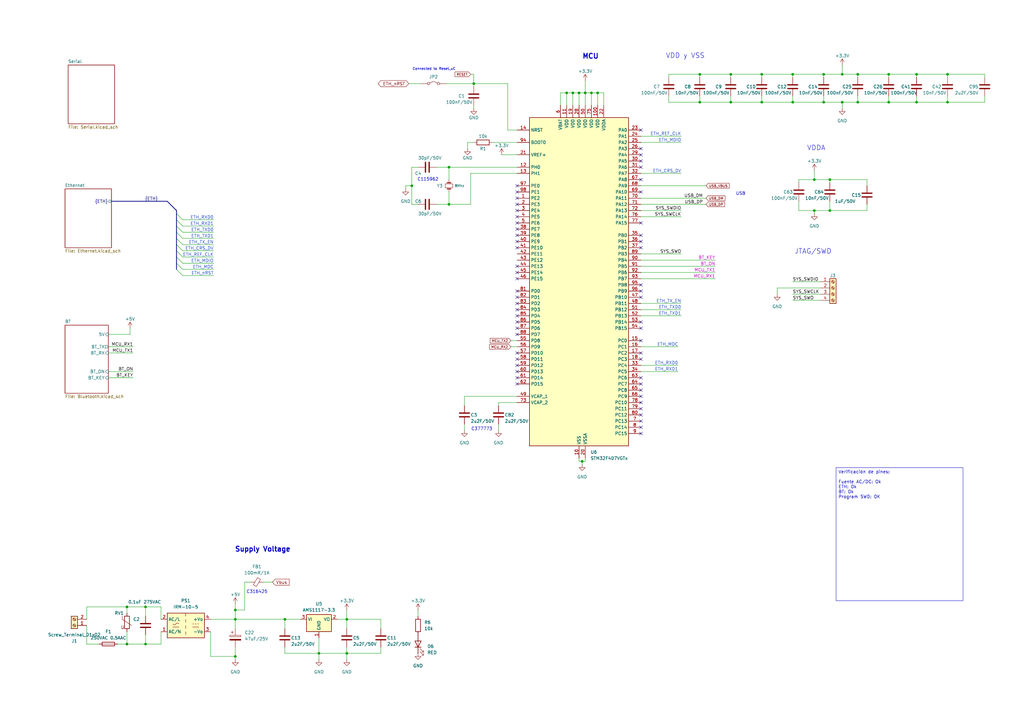
<source format=kicad_sch>
(kicad_sch (version 20250114) (generator "eeschema") (generator_version "9.0")
  (paper "A3")
  (lib_symbols
    (symbol "1-Capacitor:C_0603" (pin_numbers (hide yes)) (pin_names (offset 0.254))
      (property "Reference" "C" (at 0.635 2.54 0))
      (property "Value" "C_0603" (at 0.635 -2.54 0))
      (symbol "C_0603_1_1"
        (pin passive line (at 0 3.81 270) (length 2.794) (name "~") (number "1"))
        (pin passive line (at 0 -3.81 90) (length 2.794) (name "~") (number "2"))
      )
    )
    (symbol "1-Capacitor:C_0805" (pin_numbers (hide yes)) (pin_names (offset 0.254))
      (property "Reference" "C" (at 0.635 2.54 0))
      (property "Value" "C_0805" (at 0.635 -2.54 0))
      (symbol "C_0805_1_1"
        (pin passive line (at 0 3.81 270) (length 2.794) (name "~") (number "1"))
        (pin passive line (at 0 -3.81 90) (length 2.794) (name "~") (number "2"))
      )
    )
    (symbol "1-Led:LED_0805" (pin_numbers (hide yes)) (pin_names (offset 1.016) (hide yes))
      (property "Reference" "D" (at 0 2.54 0))
      (property "Value" "LED_0805" (at 0 -2.54 0))
      (symbol "LED_0805_1_1"
        (pin passive line (at -3.81 0 0) (length 2.54) (name "K") (number "1"))
        (pin passive line (at 3.81 0 180) (length 2.54) (name "A") (number "2"))
      )
    )
    (symbol "1-Resistor:R_0603" (pin_numbers (hide yes)) (pin_names (offset 0))
      (property "Reference" "R" (at 2.032 0 90))
      (property "Value" "R_0603" (at -2.54 0 90))
      (symbol "R_0603_1_1"
        (pin passive line (at 0 3.81 270) (length 1.27) (name "~") (number "1"))
        (pin passive line (at 0 -3.81 90) (length 1.27) (name "~") (number "2"))
      )
    )
    (symbol "1-Terminal-Block:DG126_5.0_02P" (pin_names (offset 1.016) (hide yes))
      (property "Reference" "J" (at 0 2.54 0))
      (property "Value" "Screw_Terminal_01x02" (at 0 -5.08 0))
      (symbol "DG126_5.0_02P_1_1"
        (pin passive line (at -5.08 0 0) (length 3.81) (name "Pin_1") (number "1"))
        (pin passive line (at -5.08 -2.54 0) (length 3.81) (name "Pin_2") (number "2"))
      )
    )
    (symbol "Connector:Screw_Terminal_01x04" (pin_names (offset 1.016) (hide yes))
      (property "Reference" "J" (at 0 5.08 0))
      (property "Value" "Screw_Terminal_01x04" (at 0 -7.62 0))
      (symbol "Screw_Terminal_01x04_1_1"
        (pin passive line (at -5.08 2.54 0) (length 3.81) (name "Pin_1") (number "1"))
        (pin passive line (at -5.08 0 0) (length 3.81) (name "Pin_2") (number "2"))
        (pin passive line (at -5.08 -2.54 0) (length 3.81) (name "Pin_3") (number "3"))
        (pin passive line (at -5.08 -5.08 0) (length 3.81) (name "Pin_4") (number "4"))
      )
    )
    (symbol "Converter_ACDC:IRM-10-5"
      (property "Reference" "PS" (at 0 6.35 0))
      (property "Value" "IRM-10-5" (at 0 -6.35 0))
      (symbol "IRM-10-5_1_1"
        (pin power_in line (at -10.16 2.54 0) (length 2.54) (name "AC/L") (number "2"))
        (pin power_in line (at -10.16 -2.54 0) (length 2.54) (name "AC/N") (number "1"))
        (pin power_out line (at 10.16 2.54 180) (length 2.54) (name "+Vo") (number "4"))
        (pin power_out line (at 10.16 -2.54 180) (length 2.54) (name "-Vo") (number "3"))
      )
    )
    (symbol "Device:C" (pin_numbers (hide yes)) (pin_names (offset 0.254))
      (property "Reference" "C" (at 0.635 2.54 0))
      (property "Value" "C" (at 0.635 -2.54 0))
      (symbol "C_1_1"
        (pin passive line (at 0 3.81 270) (length 2.794) (name "~") (number "1"))
        (pin passive line (at 0 -3.81 90) (length 2.794) (name "~") (number "2"))
      )
    )
    (symbol "Device:C_Polarized" (pin_numbers (hide yes)) (pin_names (offset 0.254))
      (property "Reference" "C" (at 0.635 2.54 0))
      (property "Value" "C_Polarized" (at 0.635 -2.54 0))
      (symbol "C_Polarized_1_1"
        (pin passive line (at 0 3.81 270) (length 2.794) (name "~") (number "1"))
        (pin passive line (at 0 -3.81 90) (length 2.794) (name "~") (number "2"))
      )
    )
    (symbol "Device:Crystal_Small" (pin_numbers (hide yes)) (pin_names (offset 1.016) (hide yes))
      (property "Reference" "Y" (at 0 2.54 0))
      (property "Value" "Crystal_Small" (at 0 -2.54 0))
      (symbol "Crystal_Small_1_1"
        (pin passive line (at -2.54 0 0) (length 1.27) (name "1") (number "1"))
        (pin passive line (at 2.54 0 180) (length 1.27) (name "2") (number "2"))
      )
    )
    (symbol "Device:FerriteBead_Small" (pin_numbers (hide yes)) (pin_names (offset 0))
      (property "Reference" "FB" (at 1.905 1.27 0))
      (property "Value" "FerriteBead_Small" (at 1.905 -1.27 0))
      (symbol "FerriteBead_Small_1_1"
        (pin passive line (at 0 2.54 270) (length 1.27) (name "~") (number "1"))
        (pin passive line (at 0 -2.54 90) (length 1.27) (name "~") (number "2"))
      )
    )
    (symbol "Device:Fuse" (pin_numbers (hide yes)) (pin_names (offset 0))
      (property "Reference" "F" (at 2.032 0 90))
      (property "Value" "Fuse" (at -1.905 0 90))
      (symbol "Fuse_1_1"
        (pin passive line (at 0 3.81 270) (length 1.27) (name "~") (number "1"))
        (pin passive line (at 0 -3.81 90) (length 1.27) (name "~") (number "2"))
      )
    )
    (symbol "Device:Varistor" (pin_numbers (hide yes)) (pin_names (offset 0))
      (property "Reference" "RV" (at 3.175 0 90))
      (property "Value" "Varistor" (at -3.175 0 90))
      (symbol "Varistor_0_0"
        (text "U" (at -1.778 -2.032 0) (effects (font (size 1.27 1.27))))
      )
      (symbol "Varistor_1_1"
        (pin passive line (at 0 3.81 270) (length 1.27) (name "~") (number "1"))
        (pin passive line (at 0 -3.81 90) (length 1.27) (name "~") (number "2"))
      )
    )
    (symbol "Jumper:Jumper_2_Bridged" (pin_numbers (hide yes)) (pin_names (offset 0) (hide yes))
      (property "Reference" "JP" (at 0 1.905 0))
      (property "Value" "Jumper_2_Bridged" (at 0 -2.54 0))
      (symbol "Jumper_2_Bridged_1_1"
        (pin passive line (at -5.08 0 0) (length 2.54) (name "A") (number "1"))
        (pin passive line (at 5.08 0 180) (length 2.54) (name "B") (number "2"))
      )
    )
    (symbol "MCU_ST_STM32F4:STM32F407VGTx"
      (property "Reference" "U" (at -20.32 69.85 0))
      (property "Value" "STM32F407VGTx" (at 12.7 69.85 0))
      (symbol "STM32F407VGTx_1_1"
        (pin input line (at -25.4 63.5 0) (length 5.08) (name "NRST") (number "14"))
        (pin input line (at -25.4 58.42 0) (length 5.08) (name "BOOT0") (number "94"))
        (pin input line (at -25.4 53.34 0) (length 5.08) (name "VREF+") (number "21"))
        (pin bidirectional line (at -25.4 48.26 0) (length 5.08) (name "PH0") (number "12"))
        (pin bidirectional line (at -25.4 45.72 0) (length 5.08) (name "PH1") (number "13"))
        (pin bidirectional line (at -25.4 40.64 0) (length 5.08) (name "PE0") (number "97"))
        (pin bidirectional line (at -25.4 38.1 0) (length 5.08) (name "PE1") (number "98"))
        (pin bidirectional line (at -25.4 35.56 0) (length 5.08) (name "PE2") (number "1"))
        (pin bidirectional line (at -25.4 33.02 0) (length 5.08) (name "PE3") (number "2"))
        (pin bidirectional line (at -25.4 30.48 0) (length 5.08) (name "PE4") (number "3"))
        (pin bidirectional line (at -25.4 27.94 0) (length 5.08) (name "PE5") (number "4"))
        (pin bidirectional line (at -25.4 25.4 0) (length 5.08) (name "PE6") (number "5"))
        (pin bidirectional line (at -25.4 22.86 0) (length 5.08) (name "PE7") (number "38"))
        (pin bidirectional line (at -25.4 20.32 0) (length 5.08) (name "PE8") (number "39"))
        (pin bidirectional line (at -25.4 17.78 0) (length 5.08) (name "PE9") (number "40"))
        (pin bidirectional line (at -25.4 15.24 0) (length 5.08) (name "PE10") (number "41"))
        (pin bidirectional line (at -25.4 12.7 0) (length 5.08) (name "PE11") (number "42"))
        (pin bidirectional line (at -25.4 10.16 0) (length 5.08) (name "PE12") (number "43"))
        (pin bidirectional line (at -25.4 7.62 0) (length 5.08) (name "PE13") (number "44"))
        (pin bidirectional line (at -25.4 5.08 0) (length 5.08) (name "PE14") (number "45"))
        (pin bidirectional line (at -25.4 2.54 0) (length 5.08) (name "PE15") (number "46"))
        (pin bidirectional line (at -25.4 -2.54 0) (length 5.08) (name "PD0") (number "81"))
        (pin bidirectional line (at -25.4 -5.08 0) (length 5.08) (name "PD1") (number "82"))
        (pin bidirectional line (at -25.4 -7.62 0) (length 5.08) (name "PD2") (number "83"))
        (pin bidirectional line (at -25.4 -10.16 0) (length 5.08) (name "PD3") (number "84"))
        (pin bidirectional line (at -25.4 -12.7 0) (length 5.08) (name "PD4") (number "85"))
        (pin bidirectional line (at -25.4 -15.24 0) (length 5.08) (name "PD5") (number "86"))
        (pin bidirectional line (at -25.4 -17.78 0) (length 5.08) (name "PD6") (number "87"))
        (pin bidirectional line (at -25.4 -20.32 0) (length 5.08) (name "PD7") (number "88"))
        (pin bidirectional line (at -25.4 -22.86 0) (length 5.08) (name "PD8") (number "55"))
        (pin bidirectional line (at -25.4 -25.4 0) (length 5.08) (name "PD9") (number "56"))
        (pin bidirectional line (at -25.4 -27.94 0) (length 5.08) (name "PD10") (number "57"))
        (pin bidirectional line (at -25.4 -30.48 0) (length 5.08) (name "PD11") (number "58"))
        (pin bidirectional line (at -25.4 -33.02 0) (length 5.08) (name "PD12") (number "59"))
        (pin bidirectional line (at -25.4 -35.56 0) (length 5.08) (name "PD13") (number "60"))
        (pin bidirectional line (at -25.4 -38.1 0) (length 5.08) (name "PD14") (number "61"))
        (pin bidirectional line (at -25.4 -40.64 0) (length 5.08) (name "PD15") (number "62"))
        (pin power_out line (at -25.4 -45.72 0) (length 5.08) (name "VCAP_1") (number "49"))
        (pin power_out line (at -25.4 -48.26 0) (length 5.08) (name "VCAP_2") (number "73"))
        (pin power_in line (at -7.62 73.66 270) (length 5.08) (name "VBAT") (number "6"))
        (pin power_in line (at -5.08 73.66 270) (length 5.08) (name "VDD") (number "11"))
        (pin power_in line (at -2.54 73.66 270) (length 5.08) (name "VDD") (number "19"))
        (pin power_in line (at 0 73.66 270) (length 5.08) (name "VDD") (number "28"))
        (pin power_in line (at 0 -71.12 90) (length 5.08) (name "VSS") (number "10"))
        (pin passive line (at 0 -71.12 90) (length 5.08) (hide yes) (name "VSS") (number "27"))
        (pin passive line (at 0 -71.12 90) (length 5.08) (hide yes) (name "VSS") (number "74"))
        (pin passive line (at 0 -71.12 90) (length 5.08) (hide yes) (name "VSS") (number "99"))
        (pin power_in line (at 2.54 73.66 270) (length 5.08) (name "VDD") (number "50"))
        (pin power_in line (at 2.54 -71.12 90) (length 5.08) (name "VSSA") (number "20"))
        (pin power_in line (at 5.08 73.66 270) (length 5.08) (name "VDD") (number "75"))
        (pin power_in line (at 7.62 73.66 270) (length 5.08) (name "VDD") (number "100"))
        (pin power_in line (at 10.16 73.66 270) (length 5.08) (name "VDDA") (number "22"))
        (pin bidirectional line (at 25.4 63.5 180) (length 5.08) (name "PA0") (number "23"))
        (pin bidirectional line (at 25.4 60.96 180) (length 5.08) (name "PA1") (number "24"))
        (pin bidirectional line (at 25.4 58.42 180) (length 5.08) (name "PA2") (number "25"))
        (pin bidirectional line (at 25.4 55.88 180) (length 5.08) (name "PA3") (number "26"))
        (pin bidirectional line (at 25.4 53.34 180) (length 5.08) (name "PA4") (number "29"))
        (pin bidirectional line (at 25.4 50.8 180) (length 5.08) (name "PA5") (number "30"))
        (pin bidirectional line (at 25.4 48.26 180) (length 5.08) (name "PA6") (number "31"))
        (pin bidirectional line (at 25.4 45.72 180) (length 5.08) (name "PA7") (number "32"))
        (pin bidirectional line (at 25.4 43.18 180) (length 5.08) (name "PA8") (number "67"))
        (pin bidirectional line (at 25.4 40.64 180) (length 5.08) (name "PA9") (number "68"))
        (pin bidirectional line (at 25.4 38.1 180) (length 5.08) (name "PA10") (number "69"))
        (pin bidirectional line (at 25.4 35.56 180) (length 5.08) (name "PA11") (number "70"))
        (pin bidirectional line (at 25.4 33.02 180) (length 5.08) (name "PA12") (number "71"))
        (pin bidirectional line (at 25.4 30.48 180) (length 5.08) (name "PA13") (number "72"))
        (pin bidirectional line (at 25.4 27.94 180) (length 5.08) (name "PA14") (number "76"))
        (pin bidirectional line (at 25.4 25.4 180) (length 5.08) (name "PA15") (number "77"))
        (pin bidirectional line (at 25.4 20.32 180) (length 5.08) (name "PB0") (number "35"))
        (pin bidirectional line (at 25.4 17.78 180) (length 5.08) (name "PB1") (number "36"))
        (pin bidirectional line (at 25.4 15.24 180) (length 5.08) (name "PB2") (number "37"))
        (pin bidirectional line (at 25.4 12.7 180) (length 5.08) (name "PB3") (number "89"))
        (pin bidirectional line (at 25.4 10.16 180) (length 5.08) (name "PB4") (number "90"))
        (pin bidirectional line (at 25.4 7.62 180) (length 5.08) (name "PB5") (number "91"))
        (pin bidirectional line (at 25.4 5.08 180) (length 5.08) (name "PB6") (number "92"))
        (pin bidirectional line (at 25.4 2.54 180) (length 5.08) (name "PB7") (number "93"))
        (pin bidirectional line (at 25.4 0 180) (length 5.08) (name "PB8") (number "95"))
        (pin bidirectional line (at 25.4 -2.54 180) (length 5.08) (name "PB9") (number "96"))
        (pin bidirectional line (at 25.4 -5.08 180) (length 5.08) (name "PB10") (number "47"))
        (pin bidirectional line (at 25.4 -7.62 180) (length 5.08) (name "PB11") (number "48"))
        (pin bidirectional line (at 25.4 -10.16 180) (length 5.08) (name "PB12") (number "51"))
        (pin bidirectional line (at 25.4 -12.7 180) (length 5.08) (name "PB13") (number "52"))
        (pin bidirectional line (at 25.4 -15.24 180) (length 5.08) (name "PB14") (number "53"))
        (pin bidirectional line (at 25.4 -17.78 180) (length 5.08) (name "PB15") (number "54"))
        (pin bidirectional line (at 25.4 -22.86 180) (length 5.08) (name "PC0") (number "15"))
        (pin bidirectional line (at 25.4 -25.4 180) (length 5.08) (name "PC1") (number "16"))
        (pin bidirectional line (at 25.4 -27.94 180) (length 5.08) (name "PC2") (number "17"))
        (pin bidirectional line (at 25.4 -30.48 180) (length 5.08) (name "PC3") (number "18"))
        (pin bidirectional line (at 25.4 -33.02 180) (length 5.08) (name "PC4") (number "33"))
        (pin bidirectional line (at 25.4 -35.56 180) (length 5.08) (name "PC5") (number "34"))
        (pin bidirectional line (at 25.4 -38.1 180) (length 5.08) (name "PC6") (number "63"))
        (pin bidirectional line (at 25.4 -40.64 180) (length 5.08) (name "PC7") (number "64"))
        (pin bidirectional line (at 25.4 -43.18 180) (length 5.08) (name "PC8") (number "65"))
        (pin bidirectional line (at 25.4 -45.72 180) (length 5.08) (name "PC9") (number "66"))
        (pin bidirectional line (at 25.4 -48.26 180) (length 5.08) (name "PC10") (number "78"))
        (pin bidirectional line (at 25.4 -50.8 180) (length 5.08) (name "PC11") (number "79"))
        (pin bidirectional line (at 25.4 -53.34 180) (length 5.08) (name "PC12") (number "80"))
        (pin bidirectional line (at 25.4 -55.88 180) (length 5.08) (name "PC13") (number "7"))
        (pin bidirectional line (at 25.4 -58.42 180) (length 5.08) (name "PC14") (number "8"))
        (pin bidirectional line (at 25.4 -60.96 180) (length 5.08) (name "PC15") (number "9"))
      )
    )
    (symbol "Regulator_Linear:AMS1117-3.3"
      (property "Reference" "U" (at -3.81 3.175 0))
      (property "Value" "AMS1117-3.3" (at 0 3.175 0))
      (symbol "AMS1117-3.3_1_1"
        (pin power_in line (at -7.62 0 0) (length 2.54) (name "VI") (number "3"))
        (pin power_in line (at 0 -7.62 90) (length 2.54) (name "GND") (number "1"))
        (pin power_out line (at 7.62 0 180) (length 2.54) (name "VO") (number "2"))
      )
    )
    (symbol "power:+3.3V" (power) (pin_numbers (hide yes)) (pin_names (offset 0) (hide yes))
      (property "Value" "+3.3V" (at 0 3.556 0))
      (symbol "+3.3V_1_1"
        (pin power_in line (at 0 0 90) (length 0) (name "~") (number "1"))
      )
    )
    (symbol "power:+5V" (power) (pin_names (offset 0))
      (property "Value" "+5V" (at 0 3.556 0))
      (symbol "+5V_1_1"
        (pin power_in line (at 0 0 90) (length 0) (hide yes) (name "+5V") (number "1"))
      )
    )
    (symbol "power:GND" (power) (pin_numbers (hide yes)) (pin_names (offset 0) (hide yes))
      (property "Value" "GND" (at 0 -3.81 0))
      (symbol "GND_1_1"
        (pin power_in line (at 0 0 270) (length 0) (name "~") (number "1"))
      )
    )
  )
  (bus_alias "ETH" (members "ETH_RXD0" "ETH_RXD1" "ETH_TXD0" "ETH_TXD1" "ETH_TX_EN" "ETH_CRS_DV" "ETH_REF_CLK" "ETH_MDIO" "ETH_MDC" "ETH_nRST"))
  (text "C377773" (at 197.612 176.022 0) (effects (font (size 1.27 1.27))))
  (text "MCU" (at 238.76 24.384 0) (effects (font (size 2 2) (thickness 0.4) (bold yes)) (justify left bottom)))
  (text "USB" (at 303.784 79.502 0) (effects (font (size 1.27 1.27))))
  (text "JTAG/SWD" (at 325.882 104.394 0) (effects (font (size 2 2)) (justify left bottom)))
  (text "C316425" (at 105.41 242.824 0) (effects (font (size 1.27 1.27))))
  (text "Connected to Reset_uC" (at 169.164 28.956 0) (effects (font (size 1 1)) (justify left bottom)))
  (text "Supply Voltage " (at 96.266 226.568 0) (effects (font (size 2 2) (thickness 0.4) (bold yes)) (justify left bottom)))
  (text "C115962" (at 175.514 73.66 0) (effects (font (size 1.27 1.27))))
  (text "VDD y VSS\n" (at 273.05 24.13 0) (effects (font (size 2 2)) (justify left bottom)))
  (text "VDDA" (at 330.962 61.976 0) (effects (font (size 2 2)) (justify left bottom)))
  (text_box "Verificación de pines:\n\nFuente AC/DC: Ok\nETH: Ok\nBT: Ok\nProgram SWD: OK" (at 342.9 191.77 0) (size 52.07 54.61) (margins 0.9525 0.9525 0.9525 0.9525) (effects (font (size 1.27 1.27)) (justify left top)))
  (junction (at 52.07 264.16))
  (junction (at 388.62 41.91))
  (junction (at 337.82 41.91))
  (junction (at 184.15 68.58))
  (junction (at 168.91 76.2))
  (junction (at 340.36 73.66))
  (junction (at 142.24 267.97))
  (junction (at 334.01 73.66))
  (junction (at 130.81 267.97))
  (junction (at 242.57 38.1))
  (junction (at 96.52 269.24))
  (junction (at 194.31 34.29))
  (junction (at 96.52 254))
  (junction (at 334.01 86.36))
  (junction (at 116.84 254))
  (junction (at 351.79 30.48))
  (junction (at 345.44 41.91))
  (junction (at 340.36 86.36))
  (junction (at 237.49 38.1))
  (junction (at 232.41 38.1))
  (junction (at 337.82 30.48))
  (junction (at 52.07 248.92))
  (junction (at 312.42 30.48))
  (junction (at 184.15 83.82))
  (junction (at 59.69 248.92))
  (junction (at 240.03 38.1))
  (junction (at 238.76 189.23))
  (junction (at 59.69 264.16))
  (junction (at 364.49 41.91))
  (junction (at 364.49 30.48))
  (junction (at 245.11 38.1))
  (junction (at 375.92 30.48))
  (junction (at 142.24 254))
  (junction (at 351.79 41.91))
  (junction (at 287.02 30.48))
  (junction (at 96.52 250.19))
  (junction (at 299.72 41.91))
  (junction (at 325.12 41.91))
  (junction (at 287.02 41.91))
  (junction (at 388.62 30.48))
  (junction (at 325.12 30.48))
  (junction (at 345.44 30.48))
  (junction (at 299.72 30.48))
  (junction (at 375.92 41.91))
  (junction (at 234.95 38.1))
  (junction (at 312.42 41.91))
  (no_connect (at 212.09 147.32))
  (no_connect (at 262.89 53.34))
  (no_connect (at 262.89 66.04))
  (no_connect (at 262.89 147.32))
  (no_connect (at 262.89 116.84))
  (no_connect (at 262.89 119.38))
  (no_connect (at 262.89 157.48))
  (no_connect (at 212.09 83.82))
  (no_connect (at 212.09 137.16))
  (no_connect (at 212.09 93.98))
  (no_connect (at 212.09 109.22))
  (no_connect (at 212.09 86.36))
  (no_connect (at 262.89 96.52))
  (no_connect (at 212.09 132.08))
  (no_connect (at 262.89 139.7))
  (no_connect (at 212.09 152.4))
  (no_connect (at 212.09 134.62))
  (no_connect (at 212.09 111.76))
  (no_connect (at 212.09 76.2))
  (no_connect (at 212.09 88.9))
  (no_connect (at 212.09 121.92))
  (no_connect (at 262.89 162.56))
  (no_connect (at 262.89 99.06))
  (no_connect (at 262.89 60.96))
  (no_connect (at 212.09 114.3))
  (no_connect (at 212.09 124.46))
  (no_connect (at 212.09 129.54))
  (no_connect (at 212.09 149.86))
  (no_connect (at 262.89 177.8))
  (no_connect (at 262.89 68.58))
  (no_connect (at 262.89 132.08))
  (no_connect (at 262.89 160.02))
  (no_connect (at 262.89 175.26))
  (no_connect (at 212.09 154.94))
  (no_connect (at 262.89 167.64))
  (no_connect (at 262.89 121.92))
  (no_connect (at 212.09 144.78))
  (no_connect (at 262.89 144.78))
  (no_connect (at 212.09 91.44))
  (no_connect (at 262.89 78.74))
  (no_connect (at 212.09 157.48))
  (no_connect (at 212.09 81.28))
  (no_connect (at 262.89 154.94))
  (no_connect (at 262.89 170.18))
  (no_connect (at 262.89 165.1))
  (no_connect (at 262.89 172.72))
  (no_connect (at 262.89 91.44))
  (no_connect (at 212.09 119.38))
  (no_connect (at 212.09 127))
  (no_connect (at 262.89 134.62))
  (no_connect (at 212.09 101.6))
  (no_connect (at 262.89 101.6))
  (no_connect (at 212.09 78.74))
  (no_connect (at 212.09 99.06))
  (no_connect (at 212.09 96.52))
  (no_connect (at 262.89 73.66))
  (no_connect (at 262.89 63.5))
  (bus_entry (at 72.39 87.63) (size 2.54 2.54))
  (bus_entry (at 72.39 95.25) (size 2.54 2.54))
  (bus_entry (at 72.39 105.41) (size 2.54 2.54))
  (bus_entry (at 72.39 92.71) (size 2.54 2.54))
  (bus_entry (at 72.39 107.95) (size 2.54 2.54))
  (bus_entry (at 72.39 110.49) (size 2.54 2.54))
  (bus_entry (at 72.39 100.33) (size 2.54 2.54))
  (bus_entry (at 72.39 90.17) (size 2.54 2.54))
  (bus_entry (at 72.39 97.79) (size 2.54 2.54))
  (bus_entry (at 72.39 102.87) (size 2.54 2.54))
  (wire (pts (xy 345.44 26.67) (xy 345.44 30.48)))
  (wire (pts (xy 345.44 41.91) (xy 345.44 44.45)))
  (wire (pts (xy 388.62 39.37) (xy 388.62 41.91)))
  (wire (pts (xy 325.12 115.57) (xy 336.55 115.57)))
  (wire (pts (xy 193.04 71.12) (xy 212.09 71.12)))
  (wire (pts (xy 242.57 38.1) (xy 245.11 38.1)))
  (wire (pts (xy 325.12 41.91) (xy 325.12 39.37)))
  (bus (pts (xy 72.39 97.79) (xy 72.39 100.33)))
  (wire (pts (xy 262.89 129.54) (xy 279.4 129.54)))
  (wire (pts (xy 184.15 78.74) (xy 184.15 83.82)))
  (wire (pts (xy 138.43 254) (xy 142.24 254)))
  (wire (pts (xy 35.56 264.16) (xy 40.64 264.16)))
  (wire (pts (xy 238.76 189.23) (xy 238.76 190.5)))
  (wire (pts (xy 87.63 100.33) (xy 74.93 100.33)))
  (wire (pts (xy 130.81 261.62) (xy 130.81 267.97)))
  (wire (pts (xy 53.34 137.16) (xy 44.45 137.16)))
  (wire (pts (xy 111.76 238.76) (xy 107.95 238.76)))
  (wire (pts (xy 171.45 250.19) (xy 171.45 252.73)))
  (wire (pts (xy 237.49 38.1) (xy 237.49 43.18)))
  (wire (pts (xy 238.76 189.23) (xy 240.03 189.23)))
  (bus (pts (xy 72.39 90.17) (xy 72.39 92.71)))
  (wire (pts (xy 53.34 134.62) (xy 53.34 137.16)))
  (wire (pts (xy 364.49 39.37) (xy 364.49 41.91)))
  (wire (pts (xy 237.49 38.1) (xy 240.03 38.1)))
  (wire (pts (xy 190.5 173.99) (xy 190.5 176.53)))
  (wire (pts (xy 287.02 31.75) (xy 287.02 30.48)))
  (wire (pts (xy 299.72 41.91) (xy 299.72 39.37)))
  (wire (pts (xy 142.24 254) (xy 142.24 257.81)))
  (wire (pts (xy 299.72 30.48) (xy 299.72 31.75)))
  (wire (pts (xy 334.01 73.66) (xy 327.66 73.66)))
  (wire (pts (xy 52.07 248.92) (xy 52.07 251.46)))
  (wire (pts (xy 190.5 166.37) (xy 190.5 162.56)))
  (wire (pts (xy 168.91 68.58) (xy 171.45 68.58)))
  (wire (pts (xy 168.91 68.58) (xy 168.91 76.2)))
  (wire (pts (xy 340.36 86.36) (xy 334.01 86.36)))
  (wire (pts (xy 86.36 259.08) (xy 86.36 269.24)))
  (wire (pts (xy 355.6 86.36) (xy 340.36 86.36)))
  (wire (pts (xy 86.36 269.24) (xy 96.52 269.24)))
  (wire (pts (xy 388.62 30.48) (xy 403.86 30.48)))
  (wire (pts (xy 312.42 31.75) (xy 312.42 30.48)))
  (wire (pts (xy 52.07 264.16) (xy 59.69 264.16)))
  (wire (pts (xy 364.49 30.48) (xy 375.92 30.48)))
  (wire (pts (xy 262.89 81.28) (xy 289.56 81.28)))
  (wire (pts (xy 87.63 95.25) (xy 74.93 95.25)))
  (wire (pts (xy 96.52 269.24) (xy 96.52 265.43)))
  (wire (pts (xy 318.77 120.65) (xy 318.77 118.11)))
  (wire (pts (xy 287.02 41.91) (xy 299.72 41.91)))
  (bus (pts (xy 72.39 102.87) (xy 72.39 105.41)))
  (wire (pts (xy 116.84 254) (xy 123.19 254)))
  (wire (pts (xy 59.69 264.16) (xy 66.04 264.16)))
  (wire (pts (xy 182.88 34.29) (xy 194.31 34.29)))
  (wire (pts (xy 166.37 76.2) (xy 168.91 76.2)))
  (wire (pts (xy 375.92 41.91) (xy 375.92 39.37)))
  (wire (pts (xy 262.89 127) (xy 279.4 127)))
  (wire (pts (xy 262.89 152.4) (xy 278.13 152.4)))
  (wire (pts (xy 168.91 76.2) (xy 168.91 83.82)))
  (wire (pts (xy 102.87 238.76) (xy 100.33 238.76)))
  (wire (pts (xy 325.12 30.48) (xy 325.12 31.75)))
  (wire (pts (xy 86.36 254) (xy 96.52 254)))
  (wire (pts (xy 262.89 149.86) (xy 278.13 149.86)))
  (wire (pts (xy 375.92 30.48) (xy 388.62 30.48)))
  (wire (pts (xy 287.02 39.37) (xy 287.02 41.91)))
  (wire (pts (xy 312.42 41.91) (xy 325.12 41.91)))
  (wire (pts (xy 184.15 83.82) (xy 193.04 83.82)))
  (wire (pts (xy 87.63 113.03) (xy 74.93 113.03)))
  (wire (pts (xy 240.03 38.1) (xy 242.57 38.1)))
  (wire (pts (xy 156.21 257.81) (xy 156.21 254)))
  (wire (pts (xy 229.87 38.1) (xy 232.41 38.1)))
  (wire (pts (xy 116.84 254) (xy 116.84 257.81)))
  (wire (pts (xy 142.24 254) (xy 156.21 254)))
  (wire (pts (xy 299.72 30.48) (xy 312.42 30.48)))
  (wire (pts (xy 340.36 82.55) (xy 340.36 86.36)))
  (wire (pts (xy 208.28 34.29) (xy 194.31 34.29)))
  (wire (pts (xy 208.28 53.34) (xy 208.28 34.29)))
  (wire (pts (xy 100.33 238.76) (xy 100.33 250.19)))
  (wire (pts (xy 388.62 41.91) (xy 403.86 41.91)))
  (wire (pts (xy 247.65 38.1) (xy 247.65 43.18)))
  (wire (pts (xy 262.89 86.36) (xy 279.4 86.36)))
  (wire (pts (xy 375.92 30.48) (xy 375.92 31.75)))
  (wire (pts (xy 334.01 86.36) (xy 327.66 86.36)))
  (wire (pts (xy 351.79 30.48) (xy 364.49 30.48)))
  (wire (pts (xy 96.52 250.19) (xy 100.33 250.19)))
  (wire (pts (xy 229.87 43.18) (xy 229.87 38.1)))
  (bus (pts (xy 72.39 86.36) (xy 72.39 87.63)))
  (wire (pts (xy 262.89 142.24) (xy 278.13 142.24)))
  (wire (pts (xy 35.56 248.92) (xy 52.07 248.92)))
  (wire (pts (xy 388.62 31.75) (xy 388.62 30.48)))
  (wire (pts (xy 59.69 248.92) (xy 66.04 248.92)))
  (wire (pts (xy 184.15 68.58) (xy 212.09 68.58)))
  (wire (pts (xy 168.91 83.82) (xy 171.45 83.82)))
  (wire (pts (xy 209.55 142.24) (xy 212.09 142.24)))
  (wire (pts (xy 355.6 83.82) (xy 355.6 86.36)))
  (wire (pts (xy 327.66 73.66) (xy 327.66 74.93)))
  (wire (pts (xy 337.82 31.75) (xy 337.82 30.48)))
  (wire (pts (xy 59.69 248.92) (xy 59.69 252.73)))
  (wire (pts (xy 262.89 124.46) (xy 279.4 124.46)))
  (wire (pts (xy 234.95 43.18) (xy 234.95 38.1)))
  (wire (pts (xy 299.72 41.91) (xy 312.42 41.91)))
  (bus (pts (xy 72.39 105.41) (xy 72.39 107.95)))
  (wire (pts (xy 262.89 114.3) (xy 293.37 114.3)))
  (wire (pts (xy 245.11 38.1) (xy 247.65 38.1)))
  (wire (pts (xy 355.6 73.66) (xy 340.36 73.66)))
  (wire (pts (xy 193.04 71.12) (xy 193.04 83.82)))
  (wire (pts (xy 54.61 152.4) (xy 44.45 152.4)))
  (wire (pts (xy 209.55 139.7) (xy 212.09 139.7)))
  (wire (pts (xy 204.47 165.1) (xy 212.09 165.1)))
  (bus (pts (xy 72.39 95.25) (xy 72.39 97.79)))
  (wire (pts (xy 262.89 106.68) (xy 293.37 106.68)))
  (wire (pts (xy 345.44 30.48) (xy 351.79 30.48)))
  (wire (pts (xy 87.63 97.79) (xy 74.93 97.79)))
  (wire (pts (xy 262.89 83.82) (xy 289.56 83.82)))
  (wire (pts (xy 96.52 250.19) (xy 96.52 254)))
  (wire (pts (xy 234.95 38.1) (xy 237.49 38.1)))
  (wire (pts (xy 337.82 41.91) (xy 345.44 41.91)))
  (wire (pts (xy 287.02 30.48) (xy 299.72 30.48)))
  (wire (pts (xy 334.01 73.66) (xy 340.36 73.66)))
  (wire (pts (xy 240.03 38.1) (xy 240.03 43.18)))
  (wire (pts (xy 142.24 265.43) (xy 142.24 267.97)))
  (wire (pts (xy 156.21 265.43) (xy 156.21 267.97)))
  (wire (pts (xy 52.07 248.92) (xy 59.69 248.92)))
  (wire (pts (xy 403.86 39.37) (xy 403.86 41.91)))
  (wire (pts (xy 35.56 248.92) (xy 35.56 254)))
  (wire (pts (xy 312.42 30.48) (xy 325.12 30.48)))
  (wire (pts (xy 262.89 71.12) (xy 279.4 71.12)))
  (wire (pts (xy 194.31 43.18) (xy 194.31 44.45)))
  (wire (pts (xy 190.5 162.56) (xy 212.09 162.56)))
  (wire (pts (xy 87.63 102.87) (xy 74.93 102.87)))
  (wire (pts (xy 191.77 58.42) (xy 191.77 60.96)))
  (wire (pts (xy 201.93 58.42) (xy 212.09 58.42)))
  (wire (pts (xy 274.32 30.48) (xy 274.32 31.75)))
  (wire (pts (xy 325.12 123.19) (xy 336.55 123.19)))
  (wire (pts (xy 312.42 39.37) (xy 312.42 41.91)))
  (wire (pts (xy 351.79 41.91) (xy 351.79 39.37)))
  (wire (pts (xy 204.47 166.37) (xy 204.47 165.1)))
  (wire (pts (xy 179.07 83.82) (xy 184.15 83.82)))
  (wire (pts (xy 262.89 55.88) (xy 279.4 55.88)))
  (wire (pts (xy 232.41 38.1) (xy 234.95 38.1)))
  (wire (pts (xy 130.81 267.97) (xy 130.81 270.51)))
  (wire (pts (xy 240.03 187.96) (xy 240.03 189.23)))
  (wire (pts (xy 52.07 259.08) (xy 52.07 264.16)))
  (wire (pts (xy 167.64 34.29) (xy 172.72 34.29)))
  (wire (pts (xy 96.52 270.51) (xy 96.52 269.24)))
  (wire (pts (xy 130.81 267.97) (xy 142.24 267.97)))
  (wire (pts (xy 334.01 69.85) (xy 334.01 73.66)))
  (wire (pts (xy 274.32 30.48) (xy 287.02 30.48)))
  (bus (pts (xy 72.39 107.95) (xy 72.39 110.49)))
  (wire (pts (xy 351.79 30.48) (xy 351.79 31.75)))
  (wire (pts (xy 375.92 41.91) (xy 388.62 41.91)))
  (wire (pts (xy 142.24 250.19) (xy 142.24 254)))
  (wire (pts (xy 184.15 68.58) (xy 184.15 73.66)))
  (wire (pts (xy 337.82 39.37) (xy 337.82 41.91)))
  (wire (pts (xy 232.41 43.18) (xy 232.41 38.1)))
  (wire (pts (xy 242.57 38.1) (xy 242.57 43.18)))
  (wire (pts (xy 116.84 265.43) (xy 116.84 267.97)))
  (wire (pts (xy 156.21 267.97) (xy 142.24 267.97)))
  (wire (pts (xy 289.56 76.2) (xy 262.89 76.2)))
  (wire (pts (xy 262.89 109.22) (xy 293.37 109.22)))
  (wire (pts (xy 340.36 74.93) (xy 340.36 73.66)))
  (wire (pts (xy 240.03 33.02) (xy 240.03 38.1)))
  (wire (pts (xy 184.15 68.58) (xy 179.07 68.58)))
  (wire (pts (xy 325.12 120.65) (xy 336.55 120.65)))
  (wire (pts (xy 325.12 41.91) (xy 337.82 41.91)))
  (wire (pts (xy 327.66 86.36) (xy 327.66 82.55)))
  (wire (pts (xy 87.63 110.49) (xy 74.93 110.49)))
  (wire (pts (xy 54.61 142.24) (xy 44.45 142.24)))
  (wire (pts (xy 194.31 58.42) (xy 191.77 58.42)))
  (bus (pts (xy 72.39 100.33) (xy 72.39 102.87)))
  (wire (pts (xy 351.79 41.91) (xy 364.49 41.91)))
  (wire (pts (xy 66.04 259.08) (xy 66.04 264.16)))
  (wire (pts (xy 403.86 31.75) (xy 403.86 30.48)))
  (wire (pts (xy 96.52 254) (xy 96.52 257.81)))
  (bus (pts (xy 72.39 92.71) (xy 72.39 95.25)))
  (wire (pts (xy 262.89 58.42) (xy 279.4 58.42)))
  (wire (pts (xy 194.31 30.48) (xy 194.31 34.29)))
  (wire (pts (xy 337.82 30.48) (xy 345.44 30.48)))
  (wire (pts (xy 59.69 260.35) (xy 59.69 264.16)))
  (wire (pts (xy 66.04 248.92) (xy 66.04 254)))
  (wire (pts (xy 87.63 105.41) (xy 74.93 105.41)))
  (wire (pts (xy 325.12 30.48) (xy 337.82 30.48)))
  (wire (pts (xy 87.63 107.95) (xy 74.93 107.95)))
  (wire (pts (xy 87.63 90.17) (xy 74.93 90.17)))
  (wire (pts (xy 54.61 144.78) (xy 44.45 144.78)))
  (wire (pts (xy 205.74 63.5) (xy 212.09 63.5)))
  (wire (pts (xy 237.49 189.23) (xy 238.76 189.23)))
  (wire (pts (xy 142.24 267.97) (xy 142.24 270.51)))
  (wire (pts (xy 116.84 267.97) (xy 130.81 267.97)))
  (wire (pts (xy 208.28 53.34) (xy 212.09 53.34)))
  (wire (pts (xy 204.47 173.99) (xy 204.47 176.53)))
  (wire (pts (xy 96.52 247.65) (xy 96.52 250.19)))
  (wire (pts (xy 262.89 88.9) (xy 279.4 88.9)))
  (wire (pts (xy 355.6 73.66) (xy 355.6 76.2)))
  (bus (pts (xy 72.39 86.36) (xy 68.58 82.55)))
  (wire (pts (xy 262.89 104.14) (xy 279.4 104.14)))
  (bus (pts (xy 72.39 87.63) (xy 72.39 90.17)))
  (wire (pts (xy 54.61 154.94) (xy 44.45 154.94)))
  (wire (pts (xy 345.44 41.91) (xy 351.79 41.91)))
  (wire (pts (xy 274.32 41.91) (xy 287.02 41.91)))
  (wire (pts (xy 274.32 41.91) (xy 274.32 39.37)))
  (wire (pts (xy 262.89 111.76) (xy 293.37 111.76)))
  (wire (pts (xy 166.37 76.2) (xy 166.37 77.47)))
  (bus (pts (xy 45.72 82.55) (xy 68.58 82.55)))
  (wire (pts (xy 364.49 41.91) (xy 375.92 41.91)))
  (wire (pts (xy 245.11 43.18) (xy 245.11 38.1)))
  (wire (pts (xy 194.31 34.29) (xy 194.31 35.56)))
  (wire (pts (xy 364.49 31.75) (xy 364.49 30.48)))
  (wire (pts (xy 193.04 30.48) (xy 194.31 30.48)))
  (wire (pts (xy 87.63 92.71) (xy 74.93 92.71)))
  (wire (pts (xy 48.26 264.16) (xy 52.07 264.16)))
  (wire (pts (xy 318.77 118.11) (xy 336.55 118.11)))
  (wire (pts (xy 237.49 187.96) (xy 237.49 189.23)))
  (wire (pts (xy 35.56 256.54) (xy 35.56 264.16)))
  (wire (pts (xy 96.52 254) (xy 116.84 254)))
  (wire (pts (xy 334.01 86.36) (xy 334.01 87.63)))
  (label "SYS_SWDIO" (at 325.12 115.57 0))
  (label "ETH_CRS_DV" (at 87.63 102.87 180))
  (label "MCU_RX1" (at 293.37 114.3 180))
  (label "{ETH}" (at 64.77 82.55 180))
  (label "ETH_MDIO" (at 279.4 58.42 180))
  (label "SYS_SWCLK" (at 279.4 88.9 180))
  (label "ETH_MDC" (at 278.13 142.24 180))
  (label "BT_ON" (at 293.37 109.22 180))
  (label "ETH_TXD0" (at 279.4 127 180))
  (label "SYS_SWO" (at 325.12 123.19 0))
  (label "SYS_SWO" (at 279.4 104.14 180))
  (label "ETH_TXD1" (at 87.63 97.79 180))
  (label "ETH_RXD1" (at 87.63 92.71 180))
  (label "MCU_TX1" (at 293.37 111.76 180))
  (label "ETH_MDC" (at 87.63 110.49 180))
  (label "ETH_REF_CLK" (at 279.4 55.88 180))
  (label "BT_KEY" (at 293.37 106.68 180))
  (label "ETH_TX_EN" (at 279.4 124.46 180))
  (label "ETH_CRS_DV" (at 279.4 71.12 180))
  (label "ETH_RXD0" (at 87.63 90.17 180))
  (label "USB_DP" (at 288.29 83.82 180))
  (label "SYS_SWDIO" (at 279.4 86.36 180))
  (label "ETH_nRST" (at 87.63 113.03 180))
  (label "ETH_TX_EN" (at 87.63 100.33 180))
  (label "ETH_RXD1" (at 278.13 152.4 180))
  (label "ETH_TXD0" (at 87.63 95.25 180))
  (label "ETH_MDIO" (at 87.63 107.95 180))
  (label "BT_ON" (at 54.61 152.4 180))
  (label "ETH_TXD1" (at 279.4 129.54 180))
  (label "ETH_REF_CLK" (at 87.63 105.41 180))
  (label "ETH_RXD0" (at 278.13 149.86 180))
  (label "MCU_RX1" (at 54.61 142.24 180))
  (label "MCU_TX1" (at 54.61 144.78 180))
  (label "USB_DM" (at 288.29 81.28 180))
  (label "SYS_SWCLK" (at 325.12 120.65 0))
  (label "BT_KEY" (at 54.61 154.94 180))
  (global_label "MCU_TX2" (shape input) (at 209.55 139.7 180) (effects (font (size 1 1))) (property "Intersheetrefs" "${INTERSHEET_REFS}" (effects (hide yes))))
  (global_label "Vbus" (shape input) (at 111.76 238.76 0) (property "Intersheetrefs" "${INTERSHEET_REFS}" (effects (hide yes))))
  (global_label "USB_DM" (shape input) (at 289.56 81.28 0) (effects (font (size 1 1))) (property "Intersheetrefs" "${INTERSHEET_REFS}" (effects (hide yes))))
  (global_label "ETH_nRST" (shape bidirectional) (at 167.64 34.29 180) (property "Intersheetrefs" "${INTERSHEET_REFS}" (effects (hide yes))))
  (global_label "MCU_RX2" (shape input) (at 209.55 142.24 180) (effects (font (size 1 1))) (property "Intersheetrefs" "${INTERSHEET_REFS}" (effects (hide yes))))
  (global_label "RESET" (shape input) (at 193.04 30.48 180) (effects (font (size 1 1))) (property "Intersheetrefs" "${INTERSHEET_REFS}" (effects (hide yes))))
  (global_label "USB_VBUS" (shape input) (at 289.56 76.2 0) (effects (font (size 1 1))) (property "Intersheetrefs" "${INTERSHEET_REFS}" (effects (hide yes))))
  (global_label "USB_DP" (shape input) (at 289.56 83.82 0) (effects (font (size 1 1))) (property "Intersheetrefs" "${INTERSHEET_REFS}" (effects (hide yes))))
  (symbol (lib_id "1-Capacitor:C_0603") (at 340.36 78.74 0) (unit 1)
    (property "Reference" "C64" (at 334.01 78.74 0) (effects (justify left)))
    (property "Value" "10nF/50V" (at 330.2 81.28 0) (effects (justify left)))
    (property "Footprint" "1-Capacitor:C_0603_1608Metric" (effects (hide yes)))
  )
  (symbol (lib_id "Device:Fuse") (at 44.45 264.16 90) (unit 1)
    (property "Reference" "F1" (at 44.45 259.08 90))
    (property "Value" "250VAC 0.5AAC" (at 44.45 261.62 90))
    (property "Footprint" "Fuse:Fuseholder_TR5_Littelfuse_No560_No460" (effects (hide yes)))
  )
  (symbol (lib_id "1-Capacitor:C_0603") (at 355.6 80.01 0) (unit 1)
    (property "Reference" "C15" (at 349.25 80.01 0) (effects (justify left)))
    (property "Value" "1uF/50V" (at 342.392 82.55 0) (effects (justify left)))
    (property "Footprint" "Capacitor_SMD:C_0805_2012Metric" (effects (hide yes)))
  )
  (symbol (lib_id "1-Capacitor:C_0603") (at 299.72 35.56 0) (unit 1)
    (property "Reference" "C9" (at 293.37 35.56 0) (effects (justify left)))
    (property "Value" "100nF/50V" (at 288.29 38.1 0) (effects (justify left)))
    (property "Footprint" "1-Capacitor:C_0603_1608Metric" (effects (hide yes)))
  )
  (symbol (lib_id "1-Resistor:R_0603") (at 198.12 58.42 270) (mirror x) (unit 1)
    (property "Reference" "R1" (at 198.12 60.96 90))
    (property "Value" "10k" (at 198.12 55.88 90))
    (property "Footprint" "Resistor_SMD:R_0603_1608Metric" (effects (hide yes)))
  )
  (symbol (lib_id "power:GND") (at 238.76 190.5 0) (unit 1)
    (property "Reference" "#PWR022" (effects (hide yes)))
    (property "Value" "GND" (at 238.76 195.58 0))
  )
  (symbol (lib_id "power:GND") (at 171.45 267.97 0) (unit 1)
    (property "Reference" "#PWR057" (effects (hide yes)))
    (property "Value" "GND" (at 171.45 273.05 0))
  )
  (symbol (lib_id "1-Capacitor:C_0805") (at 403.86 35.56 0) (mirror y) (unit 1)
    (property "Reference" "C95" (at 401.32 35.56 0) (effects (justify left)))
    (property "Value" "2u2F/50V" (at 401.32 38.1 0) (effects (justify left)))
    (property "Footprint" "Capacitor_SMD:C_0805_2012Metric" (effects (hide yes)))
    (property "Description" "Unpolarized capacitor" (effects (hide yes)))
  )
  (symbol (lib_id "Connector:Screw_Terminal_01x04") (at 341.63 118.11 0) (unit 1)
    (property "Reference" "J3" (at 340.36 113.03 0) (effects (justify left)))
    (property "Value" "Screw_Terminal_01x04" (effects (hide yes)))
    (property "Footprint" "Connector_PinHeader_2.54mm:PinHeader_1x04_P2.54mm_Vertical" (effects (hide yes)))
    (property "Description" "Generic screw terminal, single row, 01x04, script generated (kicad-library-utils/schlib/autogen/connector/)" (effects (hide yes)))
  )
  (symbol (lib_id "power:+5V") (at 96.52 247.65 0) (unit 1)
    (property "Reference" "#PWR049" (effects (hide yes)))
    (property "Value" "+5V" (at 96.52 243.84 0))
  )
  (symbol (lib_id "power:+3.3V") (at 334.01 69.85 0) (unit 1)
    (property "Reference" "#PWR015" (effects (hide yes)))
    (property "Value" "+3.3V" (at 334.01 66.04 0))
  )
  (symbol (lib_id "power:GND") (at 166.37 77.47 0) (unit 1)
    (property "Reference" "#PWR08" (effects (hide yes)))
    (property "Value" "GND" (at 166.37 82.55 0))
  )
  (symbol (lib_id "Converter_ACDC:IRM-10-5") (at 76.2 256.54 0) (unit 1)
    (property "Reference" "PS1" (at 76.2 246.38 0))
    (property "Value" "IRM-10-5" (at 76.2 248.92 0))
    (property "Footprint" "Converter_ACDC:Converter_ACDC_MeanWell_IRM-10-xx_THT" (effects (hide yes)))
    (property "Datasheet" "https://www.meanwell.com/Upload/PDF/IRM-10/IRM-10-SPEC.PDF" (effects (hide yes)))
    (property "Description" "5V, 2A, 10W, Isolated, AC-DC, 222A(IRM10)" (effects (hide yes)))
  )
  (symbol (lib_id "power:GND") (at 204.47 176.53 0) (unit 1)
    (property "Reference" "#PWR033" (effects (hide yes)))
    (property "Value" "GND" (at 204.47 181.61 0))
    (property "Description" "Power symbol creates a global label with name \"GND\" , ground" (effects (hide yes)))
  )
  (symbol (lib_id "1-Capacitor:C_0603") (at 175.26 83.82 270) (unit 1)
    (property "Reference" "C6" (at 170.18 82.55 90) (effects (justify left)))
    (property "Value" "30pF/50V" (at 171.45 87.63 90) (effects (justify left)))
    (property "Footprint" "1-Capacitor:C_0603_1608Metric" (effects (hide yes)))
  )
  (symbol (lib_id "power:+3.3V") (at 171.45 250.19 0) (unit 1)
    (property "Reference" "#PWR048" (effects (hide yes)))
    (property "Value" "+3.3V" (at 171.45 246.38 0))
  )
  (symbol (lib_id "power:GND") (at 130.81 270.51 0) (unit 1)
    (property "Reference" "#PWR055" (effects (hide yes)))
    (property "Value" "GND" (at 130.81 275.59 0))
  )
  (symbol (lib_id "Device:FerriteBead_Small") (at 105.41 238.76 90) (unit 1)
    (property "Reference" "FB1" (at 105.3719 232.41 90))
    (property "Value" "100mR/1A" (at 105.3719 234.95 90))
    (property "Footprint" "Inductor_SMD:L_0805_2012Metric" (effects (hide yes)))
    (property "Description" "Ferrite bead, small symbol" (effects (hide yes)))
  )
  (symbol (lib_id "1-Capacitor:C_0603") (at 364.49 35.56 0) (unit 1)
    (property "Reference" "C26" (at 358.14 35.56 0) (effects (justify left)))
    (property "Value" "10nF/50V" (at 354.33 38.1 0) (effects (justify left)))
    (property "Footprint" "1-Capacitor:C_0603_1608Metric" (effects (hide yes)))
  )
  (symbol (lib_id "Device:Varistor") (at 52.07 255.27 0) (unit 1)
    (property "Reference" "RV1" (at 46.99 251.46 0) (effects (justify left)))
    (property "Value" "RM10D561KD24E100" (effects (hide yes)))
    (property "Footprint" "Varistor:RV_Disc_D12mm_W5.1mm_P7.5mm" (effects (hide yes)))
    (property "Datasheet" "https://datasheet.lcsc.com/lcsc/2202161430_Dersonic-RM10D561KD24E100_C2974807.pdf" (effects (hide yes)))
  )
  (symbol (lib_id "Jumper:Jumper_2_Bridged") (at 177.8 34.29 0) (unit 1)
    (property "Reference" "JP2" (at 177.8 31.496 0))
    (property "Value" "Jumper_2_Bridged" (effects (hide yes)))
    (property "Footprint" "Jumper:SolderJumper-2_P1.3mm_Open_Pad1.0x1.5mm" (effects (hide yes)))
    (property "Description" "Jumper, 2-pole, closed/bridged" (effects (hide yes)))
  )
  (symbol (lib_id "power:+3.3V") (at 240.03 33.02 0) (unit 1)
    (property "Reference" "#PWR02" (effects (hide yes)))
    (property "Value" "+3.3V" (at 240.03 29.21 0))
  )
  (symbol (lib_id "1-Capacitor:C_0603") (at 375.92 35.56 0) (unit 1)
    (property "Reference" "C41" (at 369.57 35.56 0) (effects (justify left)))
    (property "Value" "100nF/50V" (at 365.252 38.1 0) (effects (justify left)))
    (property "Footprint" "1-Capacitor:C_0603_1608Metric" (effects (hide yes)))
  )
  (symbol (lib_id "1-Capacitor:C_0603") (at 388.62 35.56 0) (unit 1)
    (property "Reference" "C42" (at 382.27 35.56 0) (effects (justify left)))
    (property "Value" "10nF/50V" (at 378.46 38.1 0) (effects (justify left)))
    (property "Footprint" "1-Capacitor:C_0603_1608Metric" (effects (hide yes)))
  )
  (symbol (lib_id "1-Terminal-Block:DG126_5.0_02P") (at 30.48 256.54 180) (unit 1)
    (property "Reference" "J1" (at 30.48 262.89 0))
    (property "Value" "Screw_Terminal_01x02" (at 30.48 260.35 0))
    (property "Footprint" "1-Terminal-Block:DG126_5.0_02P" (effects (hide yes)))
    (property "Description" "Generic screw terminal, single row, 01x02, script generated (kicad-library-utils/schlib/autogen/connector/)" (effects (hide yes)))
  )
  (symbol (lib_id "1-Capacitor:C_0603") (at 274.32 35.56 0) (unit 1)
    (property "Reference" "C7" (at 267.97 35.56 0) (effects (justify left)))
    (property "Value" "100nF/50V" (at 262.89 38.1 0) (effects (justify left)))
    (property "Footprint" "1-Capacitor:C_0603_1608Metric" (effects (hide yes)))
  )
  (symbol (lib_id "power:GND") (at 334.01 87.63 0) (unit 1)
    (property "Reference" "#PWR017" (effects (hide yes)))
    (property "Value" "GND" (at 334.01 92.71 0))
  )
  (symbol (lib_id "power:+3.3V") (at 142.24 250.19 0) (unit 1)
    (property "Reference" "#PWR050" (effects (hide yes)))
    (property "Value" "+3.3V" (at 142.24 246.38 0))
  )
  (symbol (lib_id "power:GND") (at 142.24 270.51 0) (unit 1)
    (property "Reference" "#PWR056" (effects (hide yes)))
    (property "Value" "GND" (at 142.24 275.59 0))
  )
  (symbol (lib_id "1-Capacitor:C_0603") (at 287.02 35.56 0) (unit 1)
    (property "Reference" "C8" (at 280.67 35.56 0) (effects (justify left)))
    (property "Value" "10nF/50V" (at 276.86 38.1 0) (effects (justify left)))
    (property "Footprint" "1-Capacitor:C_0603_1608Metric" (effects (hide yes)))
  )
  (symbol (lib_id "1-Capacitor:C_0603") (at 194.31 39.37 0) (unit 1)
    (property "Reference" "C1" (at 187.96 39.37 0) (effects (justify left)))
    (property "Value" "100nF/50V" (at 182.88 41.91 0) (effects (justify left)))
    (property "Footprint" "1-Capacitor:C_0603_1608Metric" (effects (hide yes)))
  )
  (symbol (lib_id "1-Capacitor:C_0805") (at 204.47 170.18 0) (unit 1)
    (property "Reference" "C82" (at 207.01 170.18 0) (effects (justify left)))
    (property "Value" "2u2F/50V" (at 207.01 172.72 0) (effects (justify left)))
    (property "Footprint" "Capacitor_SMD:C_0805_2012Metric" (effects (hide yes)))
    (property "Description" "Unpolarized capacitor" (effects (hide yes)))
  )
  (symbol (lib_id "Regulator_Linear:AMS1117-3.3") (at 130.81 254 0) (unit 1)
    (property "Reference" "U5" (at 130.81 247.65 0))
    (property "Value" "AMS1117-3.3" (at 130.81 250.19 0))
    (property "Footprint" "Package_TO_SOT_SMD:SOT-223-3_TabPin2" (effects (hide yes)))
    (property "Datasheet" "http://www.advanced-monolithic.com/pdf/ds1117.pdf" (effects (hide yes)))
  )
  (symbol (lib_id "1-Capacitor:C_0805") (at 116.84 261.62 0) (unit 1)
    (property "Reference" "C13" (at 119.38 261.62 0) (effects (justify left)))
    (property "Value" "2u2F/50V" (at 119.38 264.16 0) (effects (justify left)))
    (property "Footprint" "Capacitor_SMD:C_0805_2012Metric" (effects (hide yes)))
    (property "Description" "Unpolarized capacitor" (effects (hide yes)))
  )
  (symbol (lib_id "Device:Crystal_Small") (at 184.15 76.2 270) (unit 1)
    (property "Reference" "Y3" (at 181.61 76.2 90) (effects (justify right)))
    (property "Value" "8Mhz" (at 190.5 76.2 90) (effects (font (size 1 1)) (justify right)))
    (property "Footprint" "Crystal:Crystal_SMD_5032-2Pin_5.0x3.2mm" (effects (hide yes)))
  )
  (symbol (lib_id "power:GND") (at 345.44 44.45 0) (unit 1)
    (property "Reference" "#PWR012" (effects (hide yes)))
    (property "Value" "GND" (at 345.44 49.53 0))
  )
  (symbol (lib_id "MCU_ST_STM32F4:STM32F407VGTx") (at 237.49 116.84 0) (unit 1)
    (property "Reference" "U6" (at 242.1733 185.42 0) (effects (justify left)))
    (property "Value" "STM32F407VGTx" (at 242.1733 187.96 0) (effects (justify left)))
    (property "Footprint" "Package_QFP:LQFP-100_14x14mm_P0.5mm" (effects (hide yes)))
    (property "Datasheet" "https://www.st.com/resource/en/datasheet/stm32f407vg.pdf" (effects (hide yes)))
    (property "Description" "STMicroelectronics Arm Cortex-M4 MCU, 1024KB flash, 192KB RAM, 168 MHz, 1.8-3.6V, 82 GPIO, LQFP100" (effects (hide yes)))
  )
  (symbol (lib_id "1-Capacitor:C_0603") (at 337.82 35.56 0) (unit 1)
    (property "Reference" "C14" (at 331.47 35.56 0) (effects (justify left)))
    (property "Value" "10nF/50V" (at 327.66 38.1 0) (effects (justify left)))
    (property "Footprint" "1-Capacitor:C_0603_1608Metric" (effects (hide yes)))
  )
  (symbol (lib_id "power:GND") (at 191.77 60.96 0) (unit 1)
    (property "Reference" "#PWR07" (effects (hide yes)))
    (property "Value" "GND" (at 191.77 64.77 0))
  )
  (symbol (lib_id "1-Capacitor:C_0603") (at 351.79 35.56 0) (unit 1)
    (property "Reference" "C25" (at 345.44 35.56 0) (effects (justify left)))
    (property "Value" "100nF/50V" (at 339.09 38.1 0) (effects (justify left)))
    (property "Footprint" "1-Capacitor:C_0603_1608Metric" (effects (hide yes)))
  )
  (symbol (lib_id "1-Resistor:R_0603") (at 171.45 256.54 0) (unit 1)
    (property "Reference" "R6" (at 173.99 255.2699 0) (effects (justify left)))
    (property "Value" "10k" (at 173.99 257.8099 0) (effects (justify left)))
    (property "Footprint" "Resistor_SMD:R_0603_1608Metric" (effects (hide yes)))
  )
  (symbol (lib_id "power:+3.3V") (at 345.44 26.67 0) (unit 1)
    (property "Reference" "#PWR011" (effects (hide yes)))
    (property "Value" "+3.3V" (at 345.44 22.86 0))
  )
  (symbol (lib_id "Device:C_Polarized") (at 96.52 261.62 0) (unit 1)
    (property "Reference" "C22" (at 100.33 259.4609 0) (effects (justify left)))
    (property "Value" "47uF/25V" (at 100.33 262.0009 0) (effects (justify left)))
    (property "Footprint" "Capacitor_THT:CP_Radial_D5.0mm_P2.50mm" (effects (hide yes)))
    (property "Description" "Polarized capacitor" (effects (hide yes)))
  )
  (symbol (lib_id "Device:C") (at 59.69 256.54 0) (unit 1)
    (property "Reference" "C2" (at 54.61 254 0) (effects (justify left)))
    (property "Value" "0.1uF 275VAC" (at 52.578 246.888 0) (effects (justify left)))
    (property "Footprint" "Capacitor_THT:C_Rect_L18.0mm_W5.0mm_P15.00mm_FKS3_FKP3" (effects (hide yes)))
    (property "Datasheet" "https://www.tme.com/pe/es/details/r46ki3100ckm1k/condensadores-de-pelicula-tht/kemet/" (effects (hide yes)))
  )
  (symbol (lib_id "power:GND") (at 96.52 270.51 0) (unit 1)
    (property "Reference" "#PWR054" (effects (hide yes)))
    (property "Value" "GND" (at 96.52 275.59 0))
  )
  (symbol (lib_id "power:+5V") (at 53.34 134.62 0) (mirror y) (unit 1)
    (property "Reference" "#PWR035" (effects (hide yes)))
    (property "Value" "+5V" (at 53.34 130.81 0))
  )
  (symbol (lib_id "1-Capacitor:C_0603") (at 327.66 78.74 0) (unit 1)
    (property "Reference" "C63" (at 321.31 78.74 0) (effects (justify left)))
    (property "Value" "100nF/50V" (at 316.23 81.28 0) (effects (justify left)))
    (property "Footprint" "1-Capacitor:C_0603_1608Metric" (effects (hide yes)))
  )
  (symbol (lib_id "power:GND") (at 190.5 176.53 0) (unit 1)
    (property "Reference" "#PWR030" (effects (hide yes)))
    (property "Value" "GND" (at 190.5 181.61 0))
    (property "Description" "Power symbol creates a global label with name \"GND\" , ground" (effects (hide yes)))
  )
  (symbol (lib_id "1-Capacitor:C_0805") (at 190.5 170.18 0) (unit 1)
    (property "Reference" "C3" (at 193.04 170.18 0) (effects (justify left)))
    (property "Value" "2u2F/50V" (at 193.04 172.72 0) (effects (justify left)))
    (property "Footprint" "Capacitor_SMD:C_0805_2012Metric" (effects (hide yes)))
    (property "Description" "Unpolarized capacitor" (effects (hide yes)))
  )
  (symbol (lib_id "power:GND") (at 194.31 44.45 0) (unit 1)
    (property "Reference" "#PWR04" (effects (hide yes)))
    (property "Value" "GND" (at 194.31 48.26 0))
  )
  (symbol (lib_id "1-Capacitor:C_0603") (at 312.42 35.56 0) (unit 1)
    (property "Reference" "C10" (at 306.07 35.56 0) (effects (justify left)))
    (property "Value" "10nF/50V" (at 302.26 38.1 0) (effects (justify left)))
    (property "Footprint" "1-Capacitor:C_0603_1608Metric" (effects (hide yes)))
  )
  (symbol (lib_id "1-Capacitor:C_0603") (at 175.26 68.58 270) (unit 1)
    (property "Reference" "C4" (at 170.18 71.12 90) (effects (justify left)))
    (property "Value" "30pF/50V" (at 171.45 64.77 90) (effects (justify left)))
    (property "Footprint" "1-Capacitor:C_0603_1608Metric" (effects (hide yes)))
  )
  (symbol (lib_id "1-Capacitor:C_0805") (at 142.24 261.62 0) (unit 1)
    (property "Reference" "C5" (at 144.78 261.62 0) (effects (justify left)))
    (property "Value" "2u2F/50V" (at 144.78 264.16 0) (effects (justify left)))
    (property "Footprint" "Capacitor_SMD:C_0805_2012Metric" (effects (hide yes)))
    (property "Description" "Unpolarized capacitor" (effects (hide yes)))
  )
  (symbol (lib_id "1-Capacitor:C_0603") (at 325.12 35.56 0) (unit 1)
    (property "Reference" "C12" (at 318.77 35.56 0) (effects (justify left)))
    (property "Value" "100nF/50V" (at 313.69 38.1 0) (effects (justify left)))
    (property "Footprint" "1-Capacitor:C_0603_1608Metric" (effects (hide yes)))
  )
  (symbol (lib_id "power:+3.3V") (at 205.74 63.5 0) (unit 1)
    (property "Reference" "#PWR09" (effects (hide yes)))
    (property "Value" "+3.3V" (at 205.74 59.69 0))
  )
  (symbol (lib_id "1-Capacitor:C_0805") (at 156.21 261.62 0) (unit 1)
    (property "Reference" "C11" (at 158.75 261.62 0) (effects (justify left)))
    (property "Value" "2u2F/50V" (at 158.75 264.16 0) (effects (justify left)))
    (property "Footprint" "Capacitor_SMD:C_0805_2012Metric" (effects (hide yes)))
    (property "Description" "Unpolarized capacitor" (effects (hide yes)))
  )
  (symbol (lib_id "power:GND") (at 318.77 120.65 0) (unit 1)
    (property "Reference" "#PWR0304" (effects (hide yes)))
    (property "Value" "GND" (at 318.77 125.73 0))
  )
  (symbol (lib_id "1-Led:LED_0805") (at 171.45 264.16 90) (unit 1)
    (property "Reference" "D6" (at 175.26 265.1125 90) (effects (justify right)))
    (property "Value" "RED" (at 175.26 267.6525 90) (effects (justify right)))
    (property "Footprint" "1-Led:LED_0805" (effects (hide yes)))
  )
  (sheet (at 26.67 133.35) (size 17.78 27.94) (stroke (width 0.1524))
    (property "Sheetname" "BT" (at 26.67 132.6384 0) (effects (justify left bottom)))
    (property "Sheetfile" "Bluetooth.kicad_sch" (at 26.67 161.8746 0) (effects (justify left top)))
    (pin "BT_RX" input (at 44.45 144.78 0))
    (pin "5V" input (at 44.45 137.16 0))
    (pin "BT_TX" output (at 44.45 142.24 0))
    (pin "BT_ON" input (at 44.45 152.4 0))
    (pin "BT_KEY" input (at 44.45 154.94 0))
  )
  (sheet (at 27.94 26.67) (size 19.05 24.13) (stroke (width 0.1524))
    (property "Sheetname" "Serial" (at 27.94 25.9584 0) (effects (justify left bottom)))
    (property "Sheetfile" "Serial.kicad_sch" (at 27.94 51.3846 0) (effects (justify left top)))
  )
  (sheet (at 26.67 77.47) (size 19.05 24.13) (stroke (width 0.1524))
    (property "Sheetname" "Ethernet" (at 26.67 76.7584 0) (effects (justify left bottom)))
    (property "Sheetfile" "Ethernet.kicad_sch" (at 26.67 102.1846 0) (effects (justify left top)))
    (pin "{ETH}" bidirectional (at 45.72 82.55 0))
  )
)
</source>
